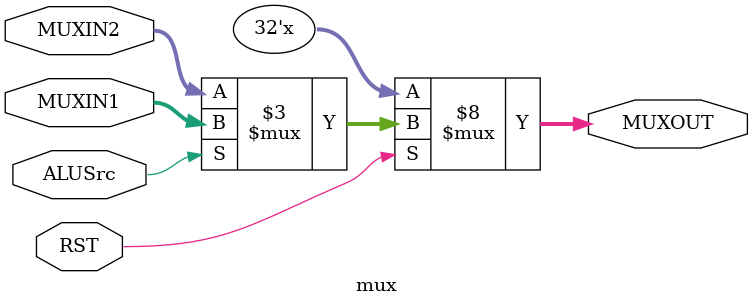
<source format=v>
module mux(MUXIN1, MUXIN2, MUXOUT, ALUSrc, RST);

input RST;
input ALUSrc;
input [31:0] MUXIN1;
input [31:0] MUXIN2;

output reg [31:0] MUXOUT;

always @(*) begin
    if(RST == 0) OUT = 32'b0; else
        MUXOUT = ALUSrc ? MUXIN1 : MUXIN2;
end

endmodule
</source>
